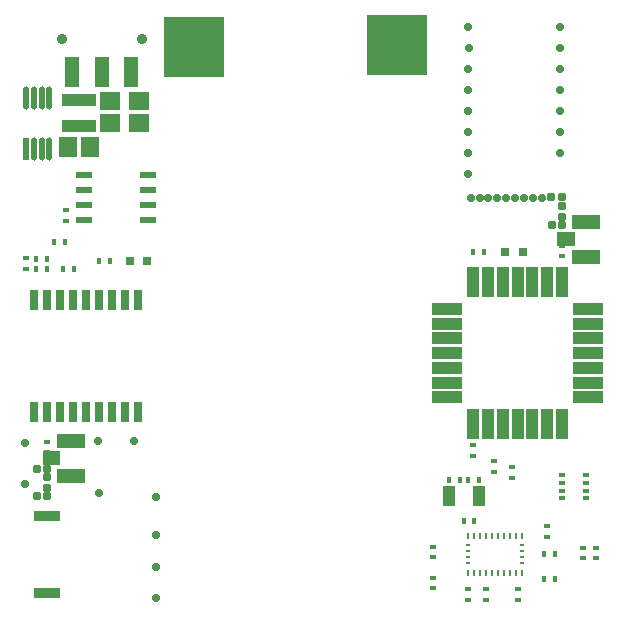
<source format=gbr>
G04*
G04 #@! TF.GenerationSoftware,Altium Limited,Altium Designer,25.5.2 (35)*
G04*
G04 Layer_Color=8388736*
%FSLAX25Y25*%
%MOIN*%
G70*
G04*
G04 #@! TF.SameCoordinates,0BB90384-501E-406B-A6C2-AE9EDDEAC3CB*
G04*
G04*
G04 #@! TF.FilePolarity,Negative*
G04*
G01*
G75*
%ADD19R,0.04724X0.09843*%
%ADD20R,0.02031X0.07694*%
G04:AMPARAMS|DCode=21|XSize=76.94mil|YSize=20.31mil|CornerRadius=10.15mil|HoleSize=0mil|Usage=FLASHONLY|Rotation=90.000|XOffset=0mil|YOffset=0mil|HoleType=Round|Shape=RoundedRectangle|*
%AMROUNDEDRECTD21*
21,1,0.07694,0.00000,0,0,90.0*
21,1,0.05664,0.02031,0,0,90.0*
1,1,0.02031,0.00000,0.02832*
1,1,0.02031,0.00000,-0.02832*
1,1,0.02031,0.00000,-0.02832*
1,1,0.02031,0.00000,0.02832*
%
%ADD21ROUNDEDRECTD21*%
%ADD22R,0.02254X0.01438*%
%ADD23R,0.01968X0.01378*%
%ADD24R,0.01000X0.01900*%
%ADD25R,0.01438X0.02254*%
%ADD27R,0.05750X0.02200*%
%ADD29R,0.01500X0.01000*%
%ADD32R,0.03150X0.03150*%
%ADD37R,0.08503X0.03791*%
%ADD42R,0.03950X0.07100*%
%ADD44R,0.05918X0.07099*%
%ADD45R,0.04343X0.09855*%
%ADD46R,0.03150X0.07087*%
%ADD47R,0.09461X0.04934*%
%ADD48R,0.20485X0.20485*%
%ADD49R,0.02756X0.07087*%
%ADD50R,0.07099X0.05918*%
G04:AMPARAMS|DCode=51|XSize=29.65mil|YSize=27.69mil|CornerRadius=6.46mil|HoleSize=0mil|Usage=FLASHONLY|Rotation=270.000|XOffset=0mil|YOffset=0mil|HoleType=Round|Shape=RoundedRectangle|*
%AMROUNDEDRECTD51*
21,1,0.02965,0.01476,0,0,270.0*
21,1,0.01673,0.02769,0,0,270.0*
1,1,0.01292,-0.00738,-0.00837*
1,1,0.01292,-0.00738,0.00837*
1,1,0.01292,0.00738,0.00837*
1,1,0.01292,0.00738,-0.00837*
%
%ADD51ROUNDEDRECTD51*%
%ADD52R,0.09855X0.04343*%
%ADD53R,0.20485X0.20485*%
%ADD54R,0.02769X0.04737*%
%ADD55R,0.04737X0.04737*%
%ADD56R,0.04934X0.04737*%
G04:AMPARAMS|DCode=57|XSize=29.65mil|YSize=27.69mil|CornerRadius=6.46mil|HoleSize=0mil|Usage=FLASHONLY|Rotation=0.000|XOffset=0mil|YOffset=0mil|HoleType=Round|Shape=RoundedRectangle|*
%AMROUNDEDRECTD57*
21,1,0.02965,0.01476,0,0,0.0*
21,1,0.01673,0.02769,0,0,0.0*
1,1,0.01292,0.00837,-0.00738*
1,1,0.01292,-0.00837,-0.00738*
1,1,0.01292,-0.00837,0.00738*
1,1,0.01292,0.00837,0.00738*
%
%ADD57ROUNDEDRECTD57*%
%ADD58R,0.11430X0.03950*%
%ADD59C,0.03543*%
%ADD60C,0.02769*%
D19*
X17772Y177773D02*
D03*
X27614D02*
D03*
X37457D02*
D03*
D20*
X2461Y151934D02*
D03*
D21*
X5020D02*
D03*
X7579D02*
D03*
X10138D02*
D03*
Y168866D02*
D03*
X7579D02*
D03*
X5020D02*
D03*
X2461D02*
D03*
D22*
X166339Y5225D02*
D03*
Y1650D02*
D03*
X176181Y22819D02*
D03*
X158465Y48047D02*
D03*
X164370Y46079D02*
D03*
X151500Y53287D02*
D03*
X192520Y15535D02*
D03*
X188189D02*
D03*
X15748Y128134D02*
D03*
X138031Y19487D02*
D03*
X155700Y5225D02*
D03*
Y1650D02*
D03*
X188189Y19110D02*
D03*
X192520D02*
D03*
X151500Y49713D02*
D03*
X15748Y131709D02*
D03*
X138031Y5576D02*
D03*
X149800Y1650D02*
D03*
X2400Y115587D02*
D03*
X158465Y44472D02*
D03*
X138031Y15913D02*
D03*
Y9150D02*
D03*
X176181Y26394D02*
D03*
X164370Y42504D02*
D03*
X9400Y54487D02*
D03*
Y50913D02*
D03*
X181000Y119787D02*
D03*
Y116213D02*
D03*
X2400Y112013D02*
D03*
X149800Y5225D02*
D03*
D23*
X189075Y43209D02*
D03*
Y40650D02*
D03*
Y35531D02*
D03*
X181004D02*
D03*
X189075Y38091D02*
D03*
X181004Y43209D02*
D03*
Y38091D02*
D03*
Y40650D02*
D03*
D24*
X151826Y23100D02*
D03*
X167574D02*
D03*
X159700Y10800D02*
D03*
X149857D02*
D03*
X151826D02*
D03*
X153794D02*
D03*
X155763D02*
D03*
X161668D02*
D03*
X163637D02*
D03*
X167574D02*
D03*
X165605Y23100D02*
D03*
X163637D02*
D03*
X161668D02*
D03*
X159700D02*
D03*
X155763D02*
D03*
X153794D02*
D03*
X149857D02*
D03*
X157731D02*
D03*
Y10800D02*
D03*
X165605D02*
D03*
D25*
X151787Y27953D02*
D03*
X178772Y16900D02*
D03*
X11730Y121000D02*
D03*
X9287Y115500D02*
D03*
X14713Y112100D02*
D03*
X9287D02*
D03*
X175197Y16900D02*
D03*
X5713Y112100D02*
D03*
Y115500D02*
D03*
X147063Y41732D02*
D03*
X148213Y27953D02*
D03*
X149787Y41732D02*
D03*
X178772Y8858D02*
D03*
X15305Y121000D02*
D03*
X143488Y41732D02*
D03*
X155087Y117700D02*
D03*
X151513D02*
D03*
X153362Y41732D02*
D03*
X26713Y114600D02*
D03*
X30287D02*
D03*
X18287Y112100D02*
D03*
X175197Y8858D02*
D03*
D27*
X21755Y128327D02*
D03*
X43205Y143327D02*
D03*
Y128327D02*
D03*
X21755Y143327D02*
D03*
X43205Y138327D02*
D03*
X21755Y133327D02*
D03*
Y138327D02*
D03*
X43205Y133327D02*
D03*
D29*
X149616Y17934D02*
D03*
Y15966D02*
D03*
Y13997D02*
D03*
X167816D02*
D03*
Y15966D02*
D03*
Y17934D02*
D03*
X149616Y19903D02*
D03*
X167816D02*
D03*
D32*
X42815Y114665D02*
D03*
X168053Y117700D02*
D03*
X36909Y114665D02*
D03*
X162147Y117700D02*
D03*
D37*
X9299Y4100D02*
D03*
Y29790D02*
D03*
D42*
X153350Y36220D02*
D03*
X143500D02*
D03*
D44*
X16360Y152700D02*
D03*
X23840D02*
D03*
D45*
X151472Y60356D02*
D03*
X181000D02*
D03*
X156393D02*
D03*
X176079Y107600D02*
D03*
X171157Y60356D02*
D03*
X161315D02*
D03*
X171157Y107600D02*
D03*
X166236Y60356D02*
D03*
X176079D02*
D03*
X181000Y107600D02*
D03*
X166236D02*
D03*
X161315D02*
D03*
X156393D02*
D03*
X151472D02*
D03*
D46*
X13709Y101602D02*
D03*
X9378D02*
D03*
X13709Y64201D02*
D03*
X31032Y101602D02*
D03*
X35362D02*
D03*
Y64201D02*
D03*
X31032D02*
D03*
X26701D02*
D03*
X22370D02*
D03*
X18039D02*
D03*
X9378D02*
D03*
X18039Y101602D02*
D03*
X22370D02*
D03*
X26701D02*
D03*
D47*
X189041Y116093D02*
D03*
Y127707D02*
D03*
X17400Y54807D02*
D03*
Y43193D02*
D03*
D48*
X58430Y186183D02*
D03*
D49*
X5047Y64201D02*
D03*
X39693Y101602D02*
D03*
Y64201D02*
D03*
X5047Y101602D02*
D03*
D50*
X30512Y168110D02*
D03*
X39900Y160630D02*
D03*
X30512D02*
D03*
X39900Y168110D02*
D03*
D51*
X177628Y126600D02*
D03*
X177528Y136100D02*
D03*
X5928Y45200D02*
D03*
Y36300D02*
D03*
X9472D02*
D03*
X181172Y126600D02*
D03*
X181072Y136100D02*
D03*
X9472Y45200D02*
D03*
D52*
X189858Y98742D02*
D03*
X142614D02*
D03*
X189858Y83978D02*
D03*
Y69214D02*
D03*
Y79057D02*
D03*
X142614Y83978D02*
D03*
X189858Y74135D02*
D03*
Y93821D02*
D03*
Y88899D02*
D03*
X142614Y74135D02*
D03*
Y93821D02*
D03*
Y88899D02*
D03*
Y79057D02*
D03*
Y69214D02*
D03*
D53*
X126170Y186620D02*
D03*
D54*
X9252Y49016D02*
D03*
D55*
X181843Y121890D02*
D03*
D56*
X183037Y121900D02*
D03*
X11396Y49000D02*
D03*
D57*
X9500Y39128D02*
D03*
Y42672D02*
D03*
X181100Y133072D02*
D03*
Y129528D02*
D03*
D58*
X20000Y159838D02*
D03*
Y168500D02*
D03*
D59*
X14228Y188600D02*
D03*
X41000D02*
D03*
D60*
X180400Y185800D02*
D03*
X149813Y143800D02*
D03*
X180400Y150800D02*
D03*
X149813D02*
D03*
X180400Y157800D02*
D03*
X149813D02*
D03*
X180400Y164800D02*
D03*
X149813D02*
D03*
X180400Y171800D02*
D03*
X149813D02*
D03*
X180400Y178800D02*
D03*
X149813D02*
D03*
X180400Y192800D02*
D03*
X149813D02*
D03*
X149900Y185800D02*
D03*
X45800Y2400D02*
D03*
Y12800D02*
D03*
Y23200D02*
D03*
Y36100D02*
D03*
X38300Y54600D02*
D03*
X26800Y37400D02*
D03*
X26500Y54600D02*
D03*
X1900Y54100D02*
D03*
Y40300D02*
D03*
X150591Y135827D02*
D03*
X153543D02*
D03*
X156496D02*
D03*
X159449D02*
D03*
X162402D02*
D03*
X165354D02*
D03*
X168307D02*
D03*
X171260D02*
D03*
X174213D02*
D03*
M02*

</source>
